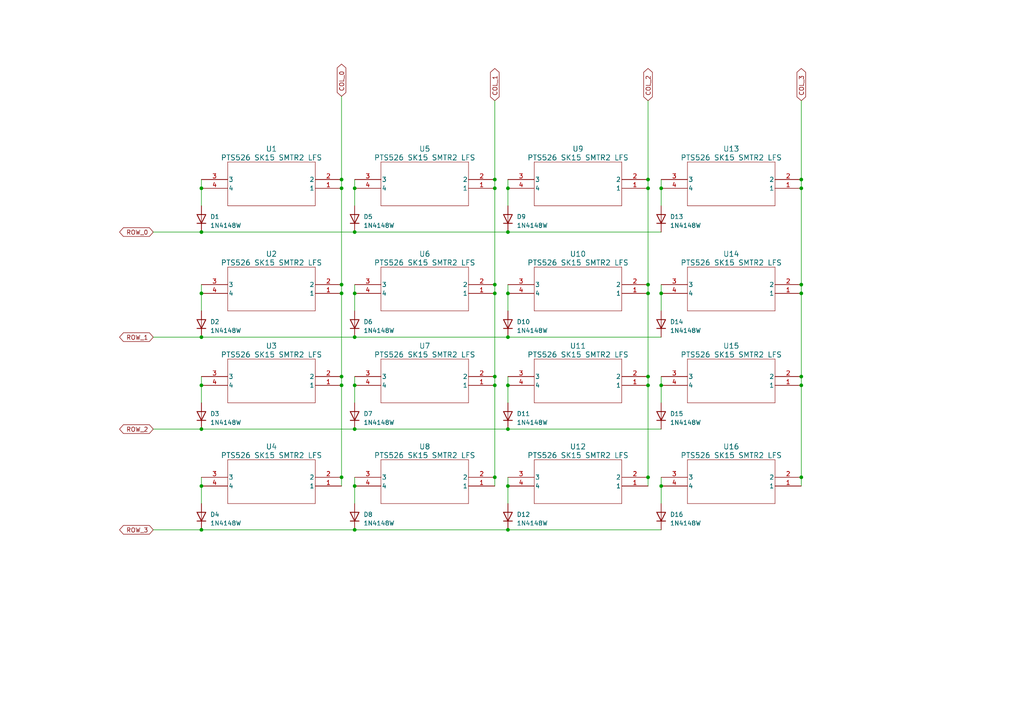
<source format=kicad_sch>
(kicad_sch (version 20231120) (generator "eeschema") (generator_version "8.0")
  (paper "A4")
  (lib_symbols
    (symbol "Diode:1N4148W" (pin_numbers hide) (pin_names hide)
      (property "Reference" "D" (at 0 2.54 0))
      (property "Value" "1N4148W" (at 0 -2.54 0))
      (symbol "1N4148W_0_1"
        (polyline (pts (xy -1.27 1.27) (xy -1.27 -1.27)) (stroke (width 0.254)))
        (polyline (pts (xy 1.27 0) (xy -1.27 0)))
        (polyline (pts (xy 1.27 1.27) (xy 1.27 -1.27) (xy -1.27 0) (xy 1.27 1.27)) (stroke (width 0.254)))
      )
      (symbol "1N4148W_1_1"
        (pin passive line (at -3.81 0 0) (length 2.54) (name "K") (number "1"))
        (pin passive line (at 3.81 0 180) (length 2.54) (name "A") (number "2"))
      )
    )
    (symbol "PTS526_SK15_SMTR2_LFS:PTS526_SK15_SMTR2_LFS" (pin_names (offset 0.254))
      (property "Reference" "U" (at 20.32 10.16 0))
      (property "Value" "PTS526 SK15 SMTR2 LFS" (at 20.32 7.62 0))
      (symbol "PTS526_SK15_SMTR2_LFS_0_1"
        (polyline (pts (xy 7.62 -7.62) (xy 33.02 -7.62)) (stroke (width 0.127)))
        (polyline (pts (xy 7.62 5.08) (xy 7.62 -7.62)) (stroke (width 0.127)))
        (polyline (pts (xy 33.02 -7.62) (xy 33.02 5.08)) (stroke (width 0.127)))
        (polyline (pts (xy 33.02 5.08) (xy 7.62 5.08)) (stroke (width 0.127)))
        (pin unspecified line (at 0 0 0) (length 7.62) (name "1") (number "1"))
        (pin unspecified line (at 0 -2.54 0) (length 7.62) (name "2") (number "2"))
        (pin unspecified line (at 40.64 -2.54 180) (length 7.62) (name "3") (number "3"))
        (pin unspecified line (at 40.64 0 180) (length 7.62) (name "4") (number "4"))
      )
    )
  )
  (junction (at 143.51 111.76))
  (junction (at 143.51 54.61))
  (junction (at 99.06 109.22))
  (junction (at 99.06 138.43))
  (junction (at 102.87 54.61))
  (junction (at 99.06 85.09))
  (junction (at 58.42 54.61))
  (junction (at 99.06 54.61))
  (junction (at 187.96 82.55))
  (junction (at 58.42 153.67))
  (junction (at 99.06 52.07))
  (junction (at 187.96 54.61))
  (junction (at 232.41 54.61))
  (junction (at 99.06 82.55))
  (junction (at 232.41 109.22))
  (junction (at 232.41 111.76))
  (junction (at 58.42 85.09))
  (junction (at 58.42 124.46))
  (junction (at 147.32 85.09))
  (junction (at 187.96 138.43))
  (junction (at 187.96 85.09))
  (junction (at 187.96 111.76))
  (junction (at 102.87 153.67))
  (junction (at 232.41 52.07))
  (junction (at 143.51 109.22))
  (junction (at 102.87 85.09))
  (junction (at 232.41 138.43))
  (junction (at 143.51 52.07))
  (junction (at 58.42 111.76))
  (junction (at 147.32 97.79))
  (junction (at 102.87 111.76))
  (junction (at 102.87 67.31))
  (junction (at 187.96 52.07))
  (junction (at 147.32 67.31))
  (junction (at 99.06 111.76))
  (junction (at 191.77 111.76))
  (junction (at 143.51 85.09))
  (junction (at 147.32 54.61))
  (junction (at 58.42 67.31))
  (junction (at 232.41 82.55))
  (junction (at 143.51 138.43))
  (junction (at 102.87 97.79))
  (junction (at 232.41 85.09))
  (junction (at 147.32 153.67))
  (junction (at 102.87 124.46))
  (junction (at 191.77 140.97))
  (junction (at 191.77 54.61))
  (junction (at 147.32 140.97))
  (junction (at 187.96 109.22))
  (junction (at 143.51 82.55))
  (junction (at 58.42 97.79))
  (junction (at 102.87 140.97))
  (junction (at 147.32 124.46))
  (junction (at 147.32 111.76))
  (junction (at 58.42 140.97))
  (junction (at 191.77 85.09))
  (wire (pts (xy 147.32 153.67) (xy 191.77 153.67)))
  (wire (pts (xy 187.96 82.55) (xy 187.96 54.61)))
  (wire (pts (xy 99.06 27.94) (xy 99.06 52.07)))
  (wire (pts (xy 187.96 109.22) (xy 187.96 111.76)))
  (wire (pts (xy 191.77 140.97) (xy 191.77 146.05)))
  (wire (pts (xy 232.41 109.22) (xy 232.41 111.76)))
  (wire (pts (xy 102.87 52.07) (xy 102.87 54.61)))
  (wire (pts (xy 99.06 109.22) (xy 99.06 111.76)))
  (wire (pts (xy 232.41 52.07) (xy 232.41 54.61)))
  (wire (pts (xy 99.06 82.55) (xy 99.06 54.61)))
  (wire (pts (xy 44.45 67.31) (xy 58.42 67.31)))
  (wire (pts (xy 102.87 97.79) (xy 147.32 97.79)))
  (wire (pts (xy 232.41 85.09) (xy 232.41 82.55)))
  (wire (pts (xy 232.41 111.76) (xy 232.41 138.43)))
  (wire (pts (xy 99.06 85.09) (xy 99.06 109.22)))
  (wire (pts (xy 58.42 109.22) (xy 58.42 111.76)))
  (wire (pts (xy 99.06 111.76) (xy 99.06 138.43)))
  (wire (pts (xy 147.32 109.22) (xy 147.32 111.76)))
  (wire (pts (xy 147.32 111.76) (xy 147.32 116.84)))
  (wire (pts (xy 143.51 82.55) (xy 143.51 85.09)))
  (wire (pts (xy 99.06 52.07) (xy 99.06 54.61)))
  (wire (pts (xy 232.41 85.09) (xy 232.41 109.22)))
  (wire (pts (xy 58.42 140.97) (xy 58.42 146.05)))
  (wire (pts (xy 191.77 138.43) (xy 191.77 140.97)))
  (wire (pts (xy 191.77 52.07) (xy 191.77 54.61)))
  (wire (pts (xy 143.51 138.43) (xy 143.51 140.97)))
  (wire (pts (xy 143.51 111.76) (xy 143.51 138.43)))
  (wire (pts (xy 58.42 111.76) (xy 58.42 116.84)))
  (wire (pts (xy 191.77 82.55) (xy 191.77 85.09)))
  (wire (pts (xy 102.87 140.97) (xy 102.87 146.05)))
  (wire (pts (xy 58.42 124.46) (xy 102.87 124.46)))
  (wire (pts (xy 147.32 52.07) (xy 147.32 54.61)))
  (wire (pts (xy 44.45 124.46) (xy 58.42 124.46)))
  (wire (pts (xy 232.41 138.43) (xy 232.41 140.97)))
  (wire (pts (xy 191.77 54.61) (xy 191.77 59.69)))
  (wire (pts (xy 187.96 111.76) (xy 187.96 138.43)))
  (wire (pts (xy 99.06 138.43) (xy 99.06 140.97)))
  (wire (pts (xy 102.87 124.46) (xy 147.32 124.46)))
  (wire (pts (xy 58.42 82.55) (xy 58.42 85.09)))
  (wire (pts (xy 191.77 85.09) (xy 191.77 90.17)))
  (wire (pts (xy 187.96 52.07) (xy 187.96 54.61)))
  (wire (pts (xy 147.32 140.97) (xy 147.32 146.05)))
  (wire (pts (xy 187.96 29.21) (xy 187.96 52.07)))
  (wire (pts (xy 58.42 54.61) (xy 58.42 59.69)))
  (wire (pts (xy 143.51 52.07) (xy 143.51 54.61)))
  (wire (pts (xy 147.32 85.09) (xy 147.32 90.17)))
  (wire (pts (xy 102.87 153.67) (xy 147.32 153.67)))
  (wire (pts (xy 147.32 54.61) (xy 147.32 59.69)))
  (wire (pts (xy 102.87 109.22) (xy 102.87 111.76)))
  (wire (pts (xy 99.06 82.55) (xy 99.06 85.09)))
  (wire (pts (xy 147.32 67.31) (xy 191.77 67.31)))
  (wire (pts (xy 102.87 111.76) (xy 102.87 116.84)))
  (wire (pts (xy 143.51 85.09) (xy 143.51 109.22)))
  (wire (pts (xy 147.32 82.55) (xy 147.32 85.09)))
  (wire (pts (xy 102.87 54.61) (xy 102.87 59.69)))
  (wire (pts (xy 58.42 138.43) (xy 58.42 140.97)))
  (wire (pts (xy 191.77 109.22) (xy 191.77 111.76)))
  (wire (pts (xy 143.51 29.21) (xy 143.51 52.07)))
  (wire (pts (xy 102.87 85.09) (xy 102.87 90.17)))
  (wire (pts (xy 58.42 67.31) (xy 102.87 67.31)))
  (wire (pts (xy 143.51 109.22) (xy 143.51 111.76)))
  (wire (pts (xy 232.41 29.21) (xy 232.41 52.07)))
  (wire (pts (xy 58.42 52.07) (xy 58.42 54.61)))
  (wire (pts (xy 187.96 138.43) (xy 187.96 140.97)))
  (wire (pts (xy 143.51 82.55) (xy 143.51 54.61)))
  (wire (pts (xy 147.32 124.46) (xy 191.77 124.46)))
  (wire (pts (xy 102.87 67.31) (xy 147.32 67.31)))
  (wire (pts (xy 58.42 85.09) (xy 58.42 90.17)))
  (wire (pts (xy 44.45 97.79) (xy 58.42 97.79)))
  (wire (pts (xy 147.32 138.43) (xy 147.32 140.97)))
  (wire (pts (xy 102.87 82.55) (xy 102.87 85.09)))
  (wire (pts (xy 102.87 138.43) (xy 102.87 140.97)))
  (wire (pts (xy 191.77 111.76) (xy 191.77 116.84)))
  (wire (pts (xy 187.96 82.55) (xy 187.96 85.09)))
  (wire (pts (xy 147.32 97.79) (xy 191.77 97.79)))
  (wire (pts (xy 58.42 97.79) (xy 102.87 97.79)))
  (wire (pts (xy 58.42 153.67) (xy 102.87 153.67)))
  (wire (pts (xy 187.96 85.09) (xy 187.96 109.22)))
  (wire (pts (xy 44.45 153.67) (xy 58.42 153.67)))
  (wire (pts (xy 232.41 54.61) (xy 232.41 82.55)))
  (global_label "ROW_3" (shape bidirectional) (at 44.45 153.67 180) (property "Intersheetrefs" "${INTERSHEET_REFS}" (effects (hide yes))))
  (global_label "COL_3" (shape bidirectional) (at 232.41 29.21 90) (property "Intersheetrefs" "${INTERSHEET_REFS}" (effects (hide yes))))
  (global_label "COL_0" (shape bidirectional) (at 99.06 27.94 90) (property "Intersheetrefs" "${INTERSHEET_REFS}" (effects (hide yes))))
  (global_label "ROW_1" (shape bidirectional) (at 44.45 97.79 180) (property "Intersheetrefs" "${INTERSHEET_REFS}" (effects (hide yes))))
  (global_label "COL_2" (shape bidirectional) (at 187.96 29.21 90) (property "Intersheetrefs" "${INTERSHEET_REFS}" (effects (hide yes))))
  (global_label "ROW_0" (shape bidirectional) (at 44.45 67.31 180) (property "Intersheetrefs" "${INTERSHEET_REFS}" (effects (hide yes))))
  (global_label "COL_1" (shape bidirectional) (at 143.51 29.21 90) (property "Intersheetrefs" "${INTERSHEET_REFS}" (effects (hide yes))))
  (global_label "ROW_2" (shape bidirectional) (at 44.45 124.46 180) (property "Intersheetrefs" "${INTERSHEET_REFS}" (effects (hide yes))))
  (symbol (lib_id "PTS526_SK15_SMTR2_LFS:PTS526_SK15_SMTR2_LFS") (at 143.51 111.76 180) (unit 1)
    (property "Reference" "U7" (at 123.19 100.33 0) (effects (font (size 1.524 1.524))))
    (property "Value" "PTS526 SK15 SMTR2 LFS" (at 123.19 102.87 0) (effects (font (size 1.524 1.524))))
    (property "Footprint" "footprints:PTS526_SK15_SMTR2_LFS" (effects (hide yes)))
    (property "Datasheet" "https://www.ckswitches.com/media/2780/pts526.pdf" (effects (hide yes)))
  )
  (symbol (lib_id "Diode:1N4148W") (at 147.32 63.5 90) (unit 1)
    (property "Reference" "D9" (at 149.86 62.865 90) (effects (justify right)))
    (property "Value" "1N4148W" (at 149.86 65.405 90) (effects (justify right)))
    (property "Footprint" "Diode_SMD:D_SOD-123" (effects (hide yes)))
    (property "Datasheet" "https://www.vishay.com/docs/85748/1n4148w.pdf" (effects (hide yes)))
    (property "Sim.Device" "D" (effects (hide yes)))
    (property "Sim.Pins" "1=K 2=A" (effects (hide yes)))
  )
  (symbol (lib_id "PTS526_SK15_SMTR2_LFS:PTS526_SK15_SMTR2_LFS") (at 143.51 54.61 180) (unit 1)
    (property "Reference" "U5" (at 123.19 43.18 0) (effects (font (size 1.524 1.524))))
    (property "Value" "PTS526 SK15 SMTR2 LFS" (at 123.19 45.72 0) (effects (font (size 1.524 1.524))))
    (property "Footprint" "footprints:PTS526_SK15_SMTR2_LFS" (effects (hide yes)))
    (property "Datasheet" "https://www.ckswitches.com/media/2780/pts526.pdf" (effects (hide yes)))
  )
  (symbol (lib_id "PTS526_SK15_SMTR2_LFS:PTS526_SK15_SMTR2_LFS") (at 187.96 85.09 180) (unit 1)
    (property "Reference" "U10" (at 167.64 73.66 0) (effects (font (size 1.524 1.524))))
    (property "Value" "PTS526 SK15 SMTR2 LFS" (at 167.64 76.2 0) (effects (font (size 1.524 1.524))))
    (property "Footprint" "footprints:PTS526_SK15_SMTR2_LFS" (effects (hide yes)))
    (property "Datasheet" "https://www.ckswitches.com/media/2780/pts526.pdf" (effects (hide yes)))
  )
  (symbol (lib_id "PTS526_SK15_SMTR2_LFS:PTS526_SK15_SMTR2_LFS") (at 187.96 111.76 180) (unit 1)
    (property "Reference" "U11" (at 167.64 100.33 0) (effects (font (size 1.524 1.524))))
    (property "Value" "PTS526 SK15 SMTR2 LFS" (at 167.64 102.87 0) (effects (font (size 1.524 1.524))))
    (property "Footprint" "footprints:PTS526_SK15_SMTR2_LFS" (effects (hide yes)))
    (property "Datasheet" "https://www.ckswitches.com/media/2780/pts526.pdf" (effects (hide yes)))
  )
  (symbol (lib_id "PTS526_SK15_SMTR2_LFS:PTS526_SK15_SMTR2_LFS") (at 232.41 54.61 180) (unit 1)
    (property "Reference" "U13" (at 212.09 43.18 0) (effects (font (size 1.524 1.524))))
    (property "Value" "PTS526 SK15 SMTR2 LFS" (at 212.09 45.72 0) (effects (font (size 1.524 1.524))))
    (property "Footprint" "footprints:PTS526_SK15_SMTR2_LFS" (effects (hide yes)))
    (property "Datasheet" "https://www.ckswitches.com/media/2780/pts526.pdf" (effects (hide yes)))
  )
  (symbol (lib_id "Diode:1N4148W") (at 58.42 149.86 90) (unit 1)
    (property "Reference" "D4" (at 60.96 149.225 90) (effects (justify right)))
    (property "Value" "1N4148W" (at 60.96 151.765 90) (effects (justify right)))
    (property "Footprint" "Diode_SMD:D_SOD-123" (effects (hide yes)))
    (property "Datasheet" "https://www.vishay.com/docs/85748/1n4148w.pdf" (effects (hide yes)))
    (property "Sim.Device" "D" (effects (hide yes)))
    (property "Sim.Pins" "1=K 2=A" (effects (hide yes)))
  )
  (symbol (lib_id "Diode:1N4148W") (at 147.32 93.98 90) (unit 1)
    (property "Reference" "D10" (at 149.86 93.345 90) (effects (justify right)))
    (property "Value" "1N4148W" (at 149.86 95.885 90) (effects (justify right)))
    (property "Footprint" "Diode_SMD:D_SOD-123" (effects (hide yes)))
    (property "Datasheet" "https://www.vishay.com/docs/85748/1n4148w.pdf" (effects (hide yes)))
    (property "Sim.Device" "D" (effects (hide yes)))
    (property "Sim.Pins" "1=K 2=A" (effects (hide yes)))
  )
  (symbol (lib_id "PTS526_SK15_SMTR2_LFS:PTS526_SK15_SMTR2_LFS") (at 99.06 140.97 180) (unit 1)
    (property "Reference" "U4" (at 78.74 129.54 0) (effects (font (size 1.524 1.524))))
    (property "Value" "PTS526 SK15 SMTR2 LFS" (at 78.74 132.08 0) (effects (font (size 1.524 1.524))))
    (property "Footprint" "footprints:PTS526_SK15_SMTR2_LFS" (effects (hide yes)))
    (property "Datasheet" "https://www.ckswitches.com/media/2780/pts526.pdf" (effects (hide yes)))
  )
  (symbol (lib_id "PTS526_SK15_SMTR2_LFS:PTS526_SK15_SMTR2_LFS") (at 187.96 140.97 180) (unit 1)
    (property "Reference" "U12" (at 167.64 129.54 0) (effects (font (size 1.524 1.524))))
    (property "Value" "PTS526 SK15 SMTR2 LFS" (at 167.64 132.08 0) (effects (font (size 1.524 1.524))))
    (property "Footprint" "footprints:PTS526_SK15_SMTR2_LFS" (effects (hide yes)))
    (property "Datasheet" "https://www.ckswitches.com/media/2780/pts526.pdf" (effects (hide yes)))
  )
  (symbol (lib_id "Diode:1N4148W") (at 191.77 149.86 90) (unit 1)
    (property "Reference" "D16" (at 194.31 149.225 90) (effects (justify right)))
    (property "Value" "1N4148W" (at 194.31 151.765 90) (effects (justify right)))
    (property "Footprint" "Diode_SMD:D_SOD-123" (effects (hide yes)))
    (property "Datasheet" "https://www.vishay.com/docs/85748/1n4148w.pdf" (effects (hide yes)))
    (property "Sim.Device" "D" (effects (hide yes)))
    (property "Sim.Pins" "1=K 2=A" (effects (hide yes)))
  )
  (symbol (lib_id "Diode:1N4148W") (at 102.87 63.5 90) (unit 1)
    (property "Reference" "D5" (at 105.41 62.865 90) (effects (justify right)))
    (property "Value" "1N4148W" (at 105.41 65.405 90) (effects (justify right)))
    (property "Footprint" "Diode_SMD:D_SOD-123" (effects (hide yes)))
    (property "Datasheet" "https://www.vishay.com/docs/85748/1n4148w.pdf" (effects (hide yes)))
    (property "Sim.Device" "D" (effects (hide yes)))
    (property "Sim.Pins" "1=K 2=A" (effects (hide yes)))
  )
  (symbol (lib_id "Diode:1N4148W") (at 58.42 63.5 90) (unit 1)
    (property "Reference" "D1" (at 60.96 62.865 90) (effects (justify right)))
    (property "Value" "1N4148W" (at 60.96 65.405 90) (effects (justify right)))
    (property "Footprint" "Diode_SMD:D_SOD-123" (effects (hide yes)))
    (property "Datasheet" "https://www.vishay.com/docs/85748/1n4148w.pdf" (effects (hide yes)))
    (property "Sim.Device" "D" (effects (hide yes)))
    (property "Sim.Pins" "1=K 2=A" (effects (hide yes)))
  )
  (symbol (lib_id "Diode:1N4148W") (at 191.77 120.65 90) (unit 1)
    (property "Reference" "D15" (at 194.31 120.015 90) (effects (justify right)))
    (property "Value" "1N4148W" (at 194.31 122.555 90) (effects (justify right)))
    (property "Footprint" "Diode_SMD:D_SOD-123" (effects (hide yes)))
    (property "Datasheet" "https://www.vishay.com/docs/85748/1n4148w.pdf" (effects (hide yes)))
    (property "Sim.Device" "D" (effects (hide yes)))
    (property "Sim.Pins" "1=K 2=A" (effects (hide yes)))
  )
  (symbol (lib_id "Diode:1N4148W") (at 58.42 93.98 90) (unit 1)
    (property "Reference" "D2" (at 60.96 93.345 90) (effects (justify right)))
    (property "Value" "1N4148W" (at 60.96 95.885 90) (effects (justify right)))
    (property "Footprint" "Diode_SMD:D_SOD-123" (effects (hide yes)))
    (property "Datasheet" "https://www.vishay.com/docs/85748/1n4148w.pdf" (effects (hide yes)))
    (property "Sim.Device" "D" (effects (hide yes)))
    (property "Sim.Pins" "1=K 2=A" (effects (hide yes)))
  )
  (symbol (lib_id "Diode:1N4148W") (at 58.42 120.65 90) (unit 1)
    (property "Reference" "D3" (at 60.96 120.015 90) (effects (justify right)))
    (property "Value" "1N4148W" (at 60.96 122.555 90) (effects (justify right)))
    (property "Footprint" "Diode_SMD:D_SOD-123" (effects (hide yes)))
    (property "Datasheet" "https://www.vishay.com/docs/85748/1n4148w.pdf" (effects (hide yes)))
    (property "Sim.Device" "D" (effects (hide yes)))
    (property "Sim.Pins" "1=K 2=A" (effects (hide yes)))
  )
  (symbol (lib_id "PTS526_SK15_SMTR2_LFS:PTS526_SK15_SMTR2_LFS") (at 232.41 85.09 180) (unit 1)
    (property "Reference" "U14" (at 212.09 73.66 0) (effects (font (size 1.524 1.524))))
    (property "Value" "PTS526 SK15 SMTR2 LFS" (at 212.09 76.2 0) (effects (font (size 1.524 1.524))))
    (property "Footprint" "footprints:PTS526_SK15_SMTR2_LFS" (effects (hide yes)))
    (property "Datasheet" "https://www.ckswitches.com/media/2780/pts526.pdf" (effects (hide yes)))
  )
  (symbol (lib_id "Diode:1N4148W") (at 147.32 149.86 90) (unit 1)
    (property "Reference" "D12" (at 149.86 149.225 90) (effects (justify right)))
    (property "Value" "1N4148W" (at 149.86 151.765 90) (effects (justify right)))
    (property "Footprint" "Diode_SMD:D_SOD-123" (effects (hide yes)))
    (property "Datasheet" "https://www.vishay.com/docs/85748/1n4148w.pdf" (effects (hide yes)))
    (property "Sim.Device" "D" (effects (hide yes)))
    (property "Sim.Pins" "1=K 2=A" (effects (hide yes)))
  )
  (symbol (lib_id "PTS526_SK15_SMTR2_LFS:PTS526_SK15_SMTR2_LFS") (at 187.96 54.61 180) (unit 1)
    (property "Reference" "U9" (at 167.64 43.18 0) (effects (font (size 1.524 1.524))))
    (property "Value" "PTS526 SK15 SMTR2 LFS" (at 167.64 45.72 0) (effects (font (size 1.524 1.524))))
    (property "Footprint" "footprints:PTS526_SK15_SMTR2_LFS" (effects (hide yes)))
    (property "Datasheet" "https://www.ckswitches.com/media/2780/pts526.pdf" (effects (hide yes)))
  )
  (symbol (lib_id "Diode:1N4148W") (at 102.87 120.65 90) (unit 1)
    (property "Reference" "D7" (at 105.41 120.015 90) (effects (justify right)))
    (property "Value" "1N4148W" (at 105.41 122.555 90) (effects (justify right)))
    (property "Footprint" "Diode_SMD:D_SOD-123" (effects (hide yes)))
    (property "Datasheet" "https://www.vishay.com/docs/85748/1n4148w.pdf" (effects (hide yes)))
    (property "Sim.Device" "D" (effects (hide yes)))
    (property "Sim.Pins" "1=K 2=A" (effects (hide yes)))
  )
  (symbol (lib_id "Diode:1N4148W") (at 102.87 93.98 90) (unit 1)
    (property "Reference" "D6" (at 105.41 93.345 90) (effects (justify right)))
    (property "Value" "1N4148W" (at 105.41 95.885 90) (effects (justify right)))
    (property "Footprint" "Diode_SMD:D_SOD-123" (effects (hide yes)))
    (property "Datasheet" "https://www.vishay.com/docs/85748/1n4148w.pdf" (effects (hide yes)))
    (property "Sim.Device" "D" (effects (hide yes)))
    (property "Sim.Pins" "1=K 2=A" (effects (hide yes)))
  )
  (symbol (lib_id "Diode:1N4148W") (at 191.77 63.5 90) (unit 1)
    (property "Reference" "D13" (at 194.31 62.865 90) (effects (justify right)))
    (property "Value" "1N4148W" (at 194.31 65.405 90) (effects (justify right)))
    (property "Footprint" "Diode_SMD:D_SOD-123" (effects (hide yes)))
    (property "Datasheet" "https://www.vishay.com/docs/85748/1n4148w.pdf" (effects (hide yes)))
    (property "Sim.Device" "D" (effects (hide yes)))
    (property "Sim.Pins" "1=K 2=A" (effects (hide yes)))
  )
  (symbol (lib_id "PTS526_SK15_SMTR2_LFS:PTS526_SK15_SMTR2_LFS") (at 143.51 85.09 180) (unit 1)
    (property "Reference" "U6" (at 123.19 73.66 0) (effects (font (size 1.524 1.524))))
    (property "Value" "PTS526 SK15 SMTR2 LFS" (at 123.19 76.2 0) (effects (font (size 1.524 1.524))))
    (property "Footprint" "footprints:PTS526_SK15_SMTR2_LFS" (effects (hide yes)))
    (property "Datasheet" "https://www.ckswitches.com/media/2780/pts526.pdf" (effects (hide yes)))
  )
  (symbol (lib_id "Diode:1N4148W") (at 191.77 93.98 90) (unit 1)
    (property "Reference" "D14" (at 194.31 93.345 90) (effects (justify right)))
    (property "Value" "1N4148W" (at 194.31 95.885 90) (effects (justify right)))
    (property "Footprint" "Diode_SMD:D_SOD-123" (effects (hide yes)))
    (property "Datasheet" "https://www.vishay.com/docs/85748/1n4148w.pdf" (effects (hide yes)))
    (property "Sim.Device" "D" (effects (hide yes)))
    (property "Sim.Pins" "1=K 2=A" (effects (hide yes)))
  )
  (symbol (lib_id "Diode:1N4148W") (at 147.32 120.65 90) (unit 1)
    (property "Reference" "D11" (at 149.86 120.015 90) (effects (justify right)))
    (property "Value" "1N4148W" (at 149.86 122.555 90) (effects (justify right)))
    (property "Footprint" "Diode_SMD:D_SOD-123" (effects (hide yes)))
    (property "Datasheet" "https://www.vishay.com/docs/85748/1n4148w.pdf" (effects (hide yes)))
    (property "Sim.Device" "D" (effects (hide yes)))
    (property "Sim.Pins" "1=K 2=A" (effects (hide yes)))
  )
  (symbol (lib_id "Diode:1N4148W") (at 102.87 149.86 90) (unit 1)
    (property "Reference" "D8" (at 105.41 149.225 90) (effects (justify right)))
    (property "Value" "1N4148W" (at 105.41 151.765 90) (effects (justify right)))
    (property "Footprint" "Diode_SMD:D_SOD-123" (effects (hide yes)))
    (property "Datasheet" "https://www.vishay.com/docs/85748/1n4148w.pdf" (effects (hide yes)))
    (property "Sim.Device" "D" (effects (hide yes)))
    (property "Sim.Pins" "1=K 2=A" (effects (hide yes)))
  )
  (symbol (lib_id "PTS526_SK15_SMTR2_LFS:PTS526_SK15_SMTR2_LFS") (at 232.41 140.97 180) (unit 1)
    (property "Reference" "U16" (at 212.09 129.54 0) (effects (font (size 1.524 1.524))))
    (property "Value" "PTS526 SK15 SMTR2 LFS" (at 212.09 132.08 0) (effects (font (size 1.524 1.524))))
    (property "Footprint" "footprints:PTS526_SK15_SMTR2_LFS" (effects (hide yes)))
    (property "Datasheet" "https://www.ckswitches.com/media/2780/pts526.pdf" (effects (hide yes)))
  )
  (symbol (lib_id "PTS526_SK15_SMTR2_LFS:PTS526_SK15_SMTR2_LFS") (at 99.06 54.61 180) (unit 1)
    (property "Reference" "U1" (at 78.74 43.18 0) (effects (font (size 1.524 1.524))))
    (property "Value" "PTS526 SK15 SMTR2 LFS" (at 78.74 45.72 0) (effects (font (size 1.524 1.524))))
    (property "Footprint" "footprints:PTS526_SK15_SMTR2_LFS" (effects (hide yes)))
    (property "Datasheet" "https://www.ckswitches.com/media/2780/pts526.pdf" (effects (hide yes)))
  )
  (symbol (lib_id "PTS526_SK15_SMTR2_LFS:PTS526_SK15_SMTR2_LFS") (at 232.41 111.76 180) (unit 1)
    (property "Reference" "U15" (at 212.09 100.33 0) (effects (font (size 1.524 1.524))))
    (property "Value" "PTS526 SK15 SMTR2 LFS" (at 212.09 102.87 0) (effects (font (size 1.524 1.524))))
    (property "Footprint" "footprints:PTS526_SK15_SMTR2_LFS" (effects (hide yes)))
    (property "Datasheet" "https://www.ckswitches.com/media/2780/pts526.pdf" (effects (hide yes)))
  )
  (symbol (lib_id "PTS526_SK15_SMTR2_LFS:PTS526_SK15_SMTR2_LFS") (at 99.06 111.76 180) (unit 1)
    (property "Reference" "U3" (at 78.74 100.33 0) (effects (font (size 1.524 1.524))))
    (property "Value" "PTS526 SK15 SMTR2 LFS" (at 78.74 102.87 0) (effects (font (size 1.524 1.524))))
    (property "Footprint" "footprints:PTS526_SK15_SMTR2_LFS" (effects (hide yes)))
    (property "Datasheet" "https://www.ckswitches.com/media/2780/pts526.pdf" (effects (hide yes)))
  )
  (symbol (lib_id "PTS526_SK15_SMTR2_LFS:PTS526_SK15_SMTR2_LFS") (at 99.06 85.09 180) (unit 1)
    (property "Reference" "U2" (at 78.74 73.66 0) (effects (font (size 1.524 1.524))))
    (property "Value" "PTS526 SK15 SMTR2 LFS" (at 78.74 76.2 0) (effects (font (size 1.524 1.524))))
    (property "Footprint" "footprints:PTS526_SK15_SMTR2_LFS" (effects (hide yes)))
    (property "Datasheet" "https://www.ckswitches.com/media/2780/pts526.pdf" (effects (hide yes)))
  )
  (symbol (lib_id "PTS526_SK15_SMTR2_LFS:PTS526_SK15_SMTR2_LFS") (at 143.51 140.97 180) (unit 1)
    (property "Reference" "U8" (at 123.19 129.54 0) (effects (font (size 1.524 1.524))))
    (property "Value" "PTS526 SK15 SMTR2 LFS" (at 123.19 132.08 0) (effects (font (size 1.524 1.524))))
    (property "Footprint" "footprints:PTS526_SK15_SMTR2_LFS" (effects (hide yes)))
    (property "Datasheet" "https://www.ckswitches.com/media/2780/pts526.pdf" (effects (hide yes)))
  )
)
</source>
